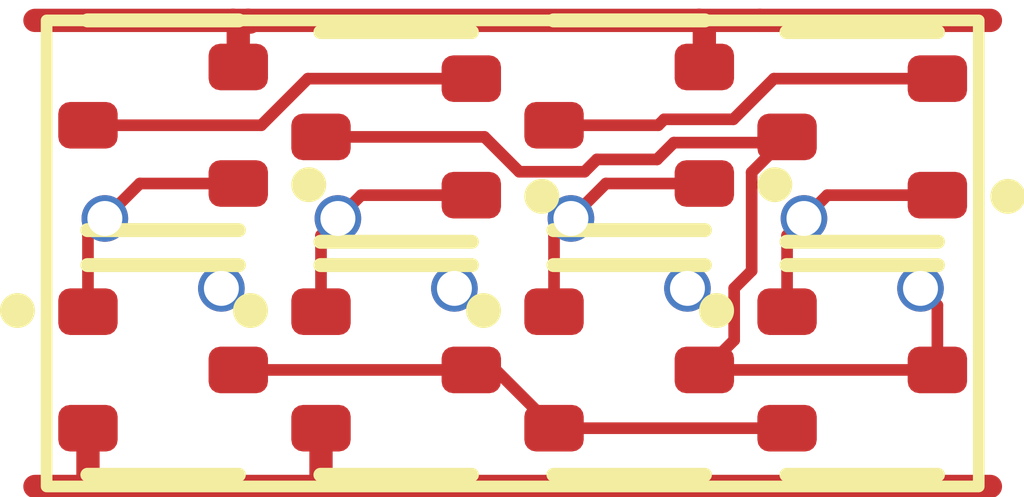
<source format=kicad_pcb>
(kicad_pcb (version 20241229) (generator "pcbnew") (generator_version "9.0")
  (layers (0 "F.Cu" signal) (2 "B.Cu" signal) (13 "F.Paste" user) (15 "B.Paste" user) (5 "F.SilkS" user "F.Silkscreen") (7 "B.SilkS" user "B.Silkscreen") (1 "F.Mask" user) (3 "B.Mask" user) (25 "Edge.Cuts" user))
  (net 0 "")
  (net 1 "intA")
  (net 2 "GND")
  (net 3 "A1")
  (net 4 "A2")
  (net 5 "Y")
  (net 6 "B1")
  (net 7 "intB")
  (net 8 "B2")
  (net 9 "intN")
  (net 10 "VDD")
  (footprint "Package_TO_SOT_SMD:SOT-523" (layer "F.Cu") (at 3 3)
    (property "Reference" "N2" (hide yes))
    (property "Value" "" (hide yes))
    (fp_line (start 0.65 -0.9) (end -0.65 -0.9) (stroke (width 0.12)) (layer "F.SilkS"))
    (fp_line (start 0.65 0.9) (end -0.65 0.9) (stroke (width 0.12)) (layer "F.SilkS"))
    (fp_circle (center -1.25 -0.51) (end -1.1 -0.51) (fill yes) (layer "F.SilkS"))
    (pad "1" smd roundrect (at -0.645 -0.5 180) (size 0.51 0.4) (layers "F.Cu" "F.Mask" "F.Paste") (net 4 "A2"))
    (pad "2" smd roundrect (at -0.645 0.5 180) (size 0.51 0.4) (layers "F.Cu" "F.Mask" "F.Paste") (net 2 "GND"))
    (pad "3" smd roundrect (at 0.645 0 180) (size 0.51 0.4) (layers "F.Cu" "F.Mask" "F.Paste") (net 9 "intN"))
  )
  (footprint "Package_TO_SOT_SMD:SOT-523" (layer "F.Cu") (at 5 0.9 180)
    (property "Reference" "P3" (hide yes))
    (property "Value" "" (hide yes))
    (fp_line (start 0.65 0.9) (end -0.65 0.9) (stroke (width 0.12)) (layer "F.SilkS"))
    (fp_line (start 0.65 -0.9) (end -0.65 -0.9) (stroke (width 0.12)) (layer "F.SilkS"))
    (fp_circle (center -1.25 -0.51) (end -1.1 -0.51) (fill yes) (layer "F.SilkS"))
    (pad "1" smd roundrect (at -0.645 -0.5) (size 0.51 0.4) (layers "F.Cu" "F.Mask" "F.Paste") (net 6 "B1"))
    (pad "2" smd roundrect (at -0.645 0.5) (size 0.51 0.4) (layers "F.Cu" "F.Mask" "F.Paste") (net 10 "VDD"))
    (pad "3" smd roundrect (at 0.645 0) (size 0.51 0.4) (layers "F.Cu" "F.Mask" "F.Paste") (net 7 "intB"))
  )
  (footprint "Package_TO_SOT_SMD:SOT-523" (layer "F.Cu") (at 7 1 180)
    (property "Reference" "P4" (hide yes))
    (property "Value" "" (hide yes))
    (fp_line (start 0.65 0.9) (end -0.65 0.9) (stroke (width 0.12)) (layer "F.SilkS"))
    (fp_line (start 0.65 -0.9) (end -0.65 -0.9) (stroke (width 0.12)) (layer "F.SilkS"))
    (fp_circle (center -1.25 -0.51) (end -1.1 -0.51) (fill yes) (layer "F.SilkS"))
    (pad "1" smd roundrect (at -0.645 -0.5) (size 0.51 0.4) (layers "F.Cu" "F.Mask" "F.Paste") (net 8 "B2"))
    (pad "2" smd roundrect (at -0.645 0.5) (size 0.51 0.4) (layers "F.Cu" "F.Mask" "F.Paste") (net 7 "intB"))
    (pad "3" smd roundrect (at 0.645 0) (size 0.51 0.4) (layers "F.Cu" "F.Mask" "F.Paste") (net 5 "Y"))
  )
  (footprint "Package_TO_SOT_SMD:SOT-523" (layer "F.Cu") (at 1 0.9 180)
    (property "Reference" "P1" (hide yes))
    (property "Value" "" (hide yes))
    (fp_line (start 0.65 0.9) (end -0.65 0.9) (stroke (width 0.12)) (layer "F.SilkS"))
    (fp_line (start 0.65 -0.9) (end -0.65 -0.9) (stroke (width 0.12)) (layer "F.SilkS"))
    (fp_circle (center -1.25 -0.51) (end -1.1 -0.51) (fill yes) (layer "F.SilkS"))
    (pad "1" smd roundrect (at -0.645 -0.5) (size 0.51 0.4) (layers "F.Cu" "F.Mask" "F.Paste") (net 3 "A1"))
    (pad "2" smd roundrect (at -0.645 0.5) (size 0.51 0.4) (layers "F.Cu" "F.Mask" "F.Paste") (net 10 "VDD"))
    (pad "3" smd roundrect (at 0.645 0) (size 0.51 0.4) (layers "F.Cu" "F.Mask" "F.Paste") (net 1 "intA"))
  )
  (footprint "Package_TO_SOT_SMD:SOT-523" (layer "F.Cu") (at 3 1 180)
    (property "Reference" "P2" (hide yes))
    (property "Value" "" (hide yes))
    (fp_line (start 0.65 0.9) (end -0.65 0.9) (stroke (width 0.12)) (layer "F.SilkS"))
    (fp_line (start 0.65 -0.9) (end -0.65 -0.9) (stroke (width 0.12)) (layer "F.SilkS"))
    (fp_circle (center -1.25 -0.51) (end -1.1 -0.51) (fill yes) (layer "F.SilkS"))
    (pad "1" smd roundrect (at -0.645 -0.5) (size 0.51 0.4) (layers "F.Cu" "F.Mask" "F.Paste") (net 4 "A2"))
    (pad "2" smd roundrect (at -0.645 0.5) (size 0.51 0.4) (layers "F.Cu" "F.Mask" "F.Paste") (net 1 "intA"))
    (pad "3" smd roundrect (at 0.645 0) (size 0.51 0.4) (layers "F.Cu" "F.Mask" "F.Paste") (net 5 "Y"))
  )
  (footprint "Package_TO_SOT_SMD:SOT-523" (layer "F.Cu") (at 7 3)
    (property "Reference" "N4" (hide yes))
    (property "Value" "" (hide yes))
    (fp_line (start 0.65 -0.9) (end -0.65 -0.9) (stroke (width 0.12)) (layer "F.SilkS"))
    (fp_line (start 0.65 0.9) (end -0.65 0.9) (stroke (width 0.12)) (layer "F.SilkS"))
    (fp_circle (center -1.25 -0.51) (end -1.1 -0.51) (fill yes) (layer "F.SilkS"))
    (pad "1" smd roundrect (at -0.645 -0.5 180) (size 0.51 0.4) (layers "F.Cu" "F.Mask" "F.Paste") (net 8 "B2"))
    (pad "2" smd roundrect (at -0.645 0.5 180) (size 0.51 0.4) (layers "F.Cu" "F.Mask" "F.Paste") (net 9 "intN"))
    (pad "3" smd roundrect (at 0.645 0 180) (size 0.51 0.4) (layers "F.Cu" "F.Mask" "F.Paste") (net 5 "Y"))
  )
  (footprint "Package_TO_SOT_SMD:SOT-523" (layer "F.Cu") (at 5 3)
    (property "Reference" "N3" (hide yes))
    (property "Value" "" (hide yes))
    (fp_line (start 0.65 -0.9) (end -0.65 -0.9) (stroke (width 0.12)) (layer "F.SilkS"))
    (fp_line (start 0.65 0.9) (end -0.65 0.9) (stroke (width 0.12)) (layer "F.SilkS"))
    (fp_circle (center -1.25 -0.51) (end -1.1 -0.51) (fill yes) (layer "F.SilkS"))
    (pad "1" smd roundrect (at -0.645 -0.5 180) (size 0.51 0.4) (layers "F.Cu" "F.Mask" "F.Paste") (net 6 "B1"))
    (pad "2" smd roundrect (at -0.645 0.5 180) (size 0.51 0.4) (layers "F.Cu" "F.Mask" "F.Paste") (net 9 "intN"))
    (pad "3" smd roundrect (at 0.645 0 180) (size 0.51 0.4) (layers "F.Cu" "F.Mask" "F.Paste") (net 5 "Y"))
  )
  (footprint "Package_TO_SOT_SMD:SOT-523" (layer "F.Cu") (at 1 3)
    (property "Reference" "N1" (hide yes))
    (property "Value" "" (hide yes))
    (fp_line (start 0.65 -0.9) (end -0.65 -0.9) (stroke (width 0.12)) (layer "F.SilkS"))
    (fp_line (start 0.65 0.9) (end -0.65 0.9) (stroke (width 0.12)) (layer "F.SilkS"))
    (fp_circle (center -1.25 -0.51) (end -1.1 -0.51) (fill yes) (layer "F.SilkS"))
    (pad "1" smd roundrect (at -0.645 -0.5 180) (size 0.51 0.4) (layers "F.Cu" "F.Mask" "F.Paste") (net 3 "A1"))
    (pad "2" smd roundrect (at -0.645 0.5 180) (size 0.51 0.4) (layers "F.Cu" "F.Mask" "F.Paste") (net 2 "GND"))
    (pad "3" smd roundrect (at 0.645 0 180) (size 0.51 0.4) (layers "F.Cu" "F.Mask" "F.Paste") (net 9 "intN"))
  )
  (gr_rect (start 0 0) (end 8 4) (stroke (width 0.1)) (fill no) (layer "F.SilkS"))
  (via (at 3.5 2.3) (size 0.4) (drill 0.3) (layers "F.Cu" "B.Cu") (net 0))
  (via (at 1.5 2.3) (size 0.4) (drill 0.3) (layers "F.Cu" "B.Cu") (net 0))
  (via (at 5.5 2.3) (size 0.4) (drill 0.3) (layers "F.Cu" "B.Cu") (net 0))
  (segment (start 1.842262 0.9) (end 2.242262 0.5) (width 0.1) (layer "F.Cu") (net 1))
  (segment (start 0.355 0.9) (end 1.842262 0.9) (width 0.1) (layer "F.Cu") (net 1))
  (segment (start 2.242262 0.5) (end 3.645 0.5) (width 0.1) (layer "F.Cu") (net 1))
  (segment (start -0.1 4) (end 0.3 4) (width 0.2) (layer "F.Cu") (net 2))
  (segment (start 0.48 4) (end 2.4 4) (width 0.2) (layer "F.Cu") (net 2))
  (segment (start 0.355 3.945) (end 0.3 4) (width 0.2) (layer "F.Cu") (net 2))
  (segment (start 2.355 3.955) (end 2.4 4) (width 0.2) (layer "F.Cu") (net 2))
  (segment (start 2.67 4) (end 4.86 4) (width 0.2) (layer "F.Cu") (net 2))
  (segment (start 0.3 4) (end 0.48 4) (width 0.2) (layer "F.Cu") (net 2))
  (segment (start 4.855 4) (end 4.86 4) (width 0.2) (layer "F.Cu") (net 2))
  (segment (start 2.355 3.5) (end 2.355 3.955) (width 0.2) (layer "F.Cu") (net 2))
  (segment (start 4.86 4) (end 8.1 4) (width 0.2) (layer "F.Cu") (net 2))
  (segment (start 0.355 3.5) (end 0.355 3.945) (width 0.2) (layer "F.Cu") (net 2))
  (segment (start 2.4 4) (end 2.67 4) (width 0.2) (layer "F.Cu") (net 2))
  (segment (start 0.355 2.5) (end 0.355 1.845) (width 0.1) (layer "F.Cu") (net 3))
  (segment (start 0.355 1.845) (end 0.5 1.7) (width 0.1) (layer "F.Cu") (net 3))
  (segment (start 1.645 1.4) (end 0.8 1.4) (width 0.1) (layer "F.Cu") (net 3))
  (segment (start 0.8 1.4) (end 0.5 1.7) (width 0.1) (layer "F.Cu") (net 3))
  (via (at 0.5 1.7) (size 0.4) (drill 0.3) (layers "F.Cu" "B.Cu") (net 3))
  (segment (start 2.355 1.845) (end 2.5 1.7) (width 0.1) (layer "F.Cu") (net 4))
  (segment (start 2.7 1.5) (end 2.5 1.7) (width 0.1) (layer "F.Cu") (net 4))
  (segment (start 2.355 2.5) (end 2.355 1.845) (width 0.1) (layer "F.Cu") (net 4))
  (segment (start 3.645 1.5) (end 2.7 1.5) (width 0.1) (layer "F.Cu") (net 4))
  (via (at 2.5 1.7) (size 0.4) (drill 0.3) (layers "F.Cu" "B.Cu") (net 4))
  (segment (start 5.901 2.299) (end 5.901 2.744) (width 0.1) (layer "F.Cu") (net 5))
  (segment (start 6.051 2.149) (end 5.901 2.299) (width 0.1) (layer "F.Cu") (net 5))
  (segment (start 7.645 2.445) (end 7.5 2.3) (width 0.1) (layer "F.Cu") (net 5))
  (segment (start 2.355 1) (end 3.757738 1) (width 0.1) (layer "F.Cu") (net 5))
  (segment (start 4.056738 1.299) (end 4.616743 1.299) (width 0.1) (layer "F.Cu") (net 5))
  (segment (start 5.645 3) (end 7.645 3) (width 0.1) (layer "F.Cu") (net 5))
  (segment (start 4.722481 1.193262) (end 5.239 1.193262) (width 0.1) (layer "F.Cu") (net 5))
  (segment (start 6.306 1.049) (end 6.355 1) (width 0.1) (layer "F.Cu") (net 5))
  (segment (start 7.645 3) (end 7.645 2.445) (width 0.1) (layer "F.Cu") (net 5))
  (segment (start 4.616743 1.299) (end 4.722481 1.193262) (width 0.1) (layer "F.Cu") (net 5))
  (segment (start 3.757738 1) (end 4.056738 1.299) (width 0.1) (layer "F.Cu") (net 5))
  (segment (start 5.901 2.744) (end 5.645 3) (width 0.1) (layer "F.Cu") (net 5))
  (segment (start 6.051 1.304) (end 6.051 2.149) (width 0.1) (layer "F.Cu") (net 5))
  (segment (start 6.355 1) (end 6.051 1.304) (width 0.1) (layer "F.Cu") (net 5))
  (segment (start 5.383262 1.049) (end 6.306 1.049) (width 0.1) (layer "F.Cu") (net 5))
  (segment (start 5.239 1.193262) (end 5.383262 1.049) (width 0.1) (layer "F.Cu") (net 5))
  (via (at 7.5 2.3) (size 0.4) (drill 0.3) (layers "F.Cu" "B.Cu") (net 5))
  (segment (start 4.355 1.845) (end 4.5 1.7) (width 0.1) (layer "F.Cu") (net 6))
  (segment (start 4.355 2.5) (end 4.355 1.845) (width 0.1) (layer "F.Cu") (net 6))
  (segment (start 4.8 1.4) (end 4.5 1.7) (width 0.1) (layer "F.Cu") (net 6))
  (segment (start 5.645 1.4) (end 4.8 1.4) (width 0.1) (layer "F.Cu") (net 6))
  (via (at 4.5 1.7) (size 0.4) (drill 0.3) (layers "F.Cu" "B.Cu") (net 6))
  (segment (start 5.249419 0.9) (end 5.30042 0.849) (width 0.1) (layer "F.Cu") (net 7))
  (segment (start 5.30042 0.849) (end 5.893262 0.849) (width 0.1) (layer "F.Cu") (net 7))
  (segment (start 4.355 0.9) (end 5.249419 0.9) (width 0.1) (layer "F.Cu") (net 7))
  (segment (start 5.893262 0.849) (end 6.242262 0.5) (width 0.1) (layer "F.Cu") (net 7))
  (segment (start 6.242262 0.5) (end 7.645 0.5) (width 0.1) (layer "F.Cu") (net 7))
  (segment (start 6.355 1.845) (end 6.5 1.7) (width 0.1) (layer "F.Cu") (net 8))
  (segment (start 6.7 1.5) (end 6.5 1.7) (width 0.1) (layer "F.Cu") (net 8))
  (segment (start 6.355 2.5) (end 6.355 1.845) (width 0.1) (layer "F.Cu") (net 8))
  (segment (start 7.645 1.5) (end 6.7 1.5) (width 0.1) (layer "F.Cu") (net 8))
  (via (at 6.5 1.7) (size 0.4) (drill 0.3) (layers "F.Cu" "B.Cu") (net 8))
  (segment (start 4.355 3.5) (end 6.355 3.5) (width 0.1) (layer "F.Cu") (net 9))
  (segment (start 3.855 3) (end 4.355 3.5) (width 0.1) (layer "F.Cu") (net 9))
  (segment (start 1.645 3) (end 3.645 3) (width 0.1) (layer "F.Cu") (net 9))
  (segment (start 3.645 3) (end 3.855 3) (width 0.1) (layer "F.Cu") (net 9))
  (segment (start 1.645 0.045) (end 1.6 0) (width 0.2) (layer "F.Cu") (net 10))
  (segment (start 1.745 0.015) (end 1.73 0) (width 0.2) (layer "F.Cu") (net 10))
  (segment (start 5.645 0.045) (end 5.6 0) (width 0.2) (layer "F.Cu") (net 10))
  (segment (start 5.6 0) (end 6.12 0) (width 0.2) (layer "F.Cu") (net 10))
  (segment (start 5.645 0.4) (end 5.645 0.045) (width 0.2) (layer "F.Cu") (net 10))
  (segment (start 1.6 0) (end 1.73 0) (width 0.2) (layer "F.Cu") (net 10))
  (segment (start 1.645 0.4) (end 1.645 0.045) (width 0.2) (layer "F.Cu") (net 10))
  (segment (start 1.73 0) (end 5.6 0) (width 0.2) (layer "F.Cu") (net 10))
  (segment (start -0.1 0) (end 1.6 0) (width 0.2) (layer "F.Cu") (net 10))
  (segment (start 6.12 0) (end 8.1 0) (width 0.2) (layer "F.Cu") (net 10))
)
</source>
